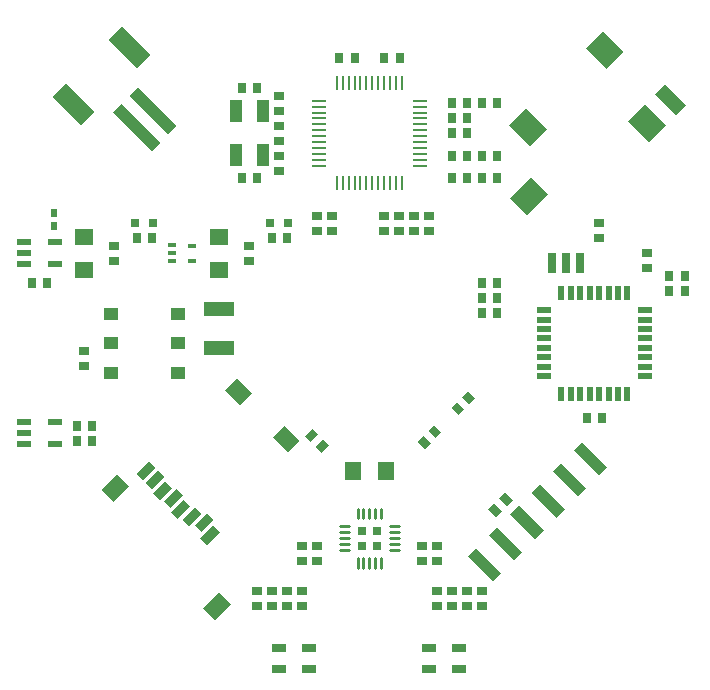
<source format=gbr>
G04 EAGLE Gerber RS-274X export*
G75*
%MOMM*%
%FSLAX34Y34*%
%LPD*%
%INSolderpaste Top*%
%IPPOS*%
%AMOC8*
5,1,8,0,0,1.08239X$1,22.5*%
G01*
%ADD10R,0.558800X1.270000*%
%ADD11R,1.270000X0.558800*%
%ADD12R,0.700000X0.900000*%
%ADD13R,0.900000X0.700000*%
%ADD14R,2.500000X1.200000*%
%ADD15R,0.700000X1.700000*%
%ADD16R,3.000000X1.000000*%
%ADD17R,1.000000X4.600000*%
%ADD18R,3.400000X1.600000*%
%ADD19R,1.150000X1.000000*%
%ADD20R,0.800000X0.800000*%
%ADD21R,1.200000X0.550000*%
%ADD22R,1.600000X1.400000*%
%ADD23R,0.254000X1.143000*%
%ADD24R,1.143000X0.254000*%
%ADD25R,1.100000X1.900000*%
%ADD26R,0.750000X0.400000*%
%ADD27R,0.685800X0.330200*%
%ADD28R,2.000000X2.500000*%
%ADD29R,1.200000X2.500000*%
%ADD30R,1.800000X1.400000*%
%ADD31R,1.400000X1.900000*%
%ADD32R,0.800000X1.500000*%
%ADD33R,1.400000X1.600000*%
%ADD34C,0.280000*%
%ADD35R,0.635000X0.635000*%
%ADD36R,1.200000X0.800000*%
%ADD37R,0.600000X0.800000*%


D10*
X218500Y42926D03*
X210500Y42926D03*
X202500Y42926D03*
X194500Y42926D03*
X186500Y42926D03*
X178500Y42926D03*
X170500Y42926D03*
X162500Y42926D03*
D11*
X147574Y28000D03*
X147574Y20000D03*
X147574Y12000D03*
X147574Y4000D03*
X147574Y-4000D03*
X147574Y-12000D03*
X147574Y-20000D03*
X147574Y-28000D03*
D10*
X162500Y-42926D03*
X170500Y-42926D03*
X178500Y-42926D03*
X186500Y-42926D03*
X194500Y-42926D03*
X202500Y-42926D03*
X210500Y-42926D03*
X218500Y-42926D03*
D11*
X233426Y-28000D03*
X233426Y-20000D03*
X233426Y-12000D03*
X233426Y-4000D03*
X233426Y4000D03*
X233426Y12000D03*
X233426Y20000D03*
X233426Y28000D03*
D12*
X253850Y57150D03*
X266850Y57150D03*
D13*
X194500Y88750D03*
X194500Y101750D03*
D14*
X-127000Y-3800D03*
X-127000Y29200D03*
D12*
X184000Y-63500D03*
X197000Y-63500D03*
D15*
X178500Y68263D03*
X166500Y68263D03*
X154500Y68263D03*
D16*
G36*
X144354Y-119322D02*
X165567Y-140535D01*
X158496Y-147606D01*
X137283Y-126393D01*
X144354Y-119322D01*
G37*
G36*
X162314Y-101362D02*
X183527Y-122575D01*
X176456Y-129646D01*
X155243Y-108433D01*
X162314Y-101362D01*
G37*
G36*
X180275Y-83401D02*
X201488Y-104614D01*
X194417Y-111685D01*
X173204Y-90472D01*
X180275Y-83401D01*
G37*
G36*
X126393Y-137283D02*
X147606Y-158496D01*
X140535Y-165567D01*
X119322Y-144354D01*
X126393Y-137283D01*
G37*
G36*
X108433Y-155243D02*
X129646Y-176456D01*
X122575Y-183527D01*
X101362Y-162314D01*
X108433Y-155243D01*
G37*
G36*
X90472Y-173204D02*
X111685Y-194417D01*
X104614Y-201488D01*
X83401Y-180275D01*
X90472Y-173204D01*
G37*
D12*
X266850Y44450D03*
X253850Y44450D03*
D17*
G36*
X-177310Y169939D02*
X-184381Y162868D01*
X-216906Y195393D01*
X-209835Y202464D01*
X-177310Y169939D01*
G37*
G36*
X-163168Y184081D02*
X-170239Y177010D01*
X-202764Y209535D01*
X-195693Y216606D01*
X-163168Y184081D01*
G37*
D18*
G36*
X-257211Y220142D02*
X-233171Y196102D01*
X-244485Y184788D01*
X-268525Y208828D01*
X-257211Y220142D01*
G37*
G36*
X-209128Y268225D02*
X-185088Y244185D01*
X-196402Y232871D01*
X-220442Y256911D01*
X-209128Y268225D01*
G37*
D19*
X-162250Y-25000D03*
X-162250Y0D03*
X-162250Y25000D03*
X-218750Y-25000D03*
X-218750Y0D03*
X-218750Y25000D03*
D12*
X-247800Y-69850D03*
X-234800Y-69850D03*
X-247800Y-82550D03*
X-234800Y-82550D03*
D20*
X-68700Y101600D03*
X-83700Y101600D03*
D12*
X-82700Y88900D03*
X-69700Y88900D03*
D21*
X-292401Y-66700D03*
X-292401Y-76200D03*
X-292401Y-85700D03*
X-266399Y-85700D03*
X-266399Y-66700D03*
D13*
X-241300Y-19200D03*
X-241300Y-6200D03*
D21*
X-292401Y85700D03*
X-292401Y76200D03*
X-292401Y66700D03*
X-266399Y66700D03*
X-266399Y85700D03*
D13*
X-215900Y82700D03*
X-215900Y69700D03*
D22*
X-241300Y62200D03*
X-241300Y90200D03*
D12*
X-197000Y88900D03*
X-184000Y88900D03*
D20*
X-183000Y101600D03*
X-198000Y101600D03*
D23*
X27500Y220300D03*
X22500Y220300D03*
X17500Y220300D03*
X12500Y220300D03*
X7500Y220300D03*
X2500Y220300D03*
X-2500Y220300D03*
X-7500Y220300D03*
X-12500Y220300D03*
X-17500Y220300D03*
X-22500Y220300D03*
X-27500Y220300D03*
D24*
X-42500Y205300D03*
X-42500Y200300D03*
X-42500Y195300D03*
X-42500Y190300D03*
X-42500Y185300D03*
X-42500Y180300D03*
X-42500Y175300D03*
X-42500Y170300D03*
X-42500Y165300D03*
X-42500Y160300D03*
X-42500Y155300D03*
X-42500Y150300D03*
D23*
X-27500Y135300D03*
X-22500Y135300D03*
X-17500Y135300D03*
X-12500Y135300D03*
X-7500Y135300D03*
X-2500Y135300D03*
X2500Y135300D03*
X7500Y135300D03*
X12500Y135300D03*
X17500Y135300D03*
X22500Y135300D03*
X27500Y135300D03*
D24*
X42500Y150300D03*
X42500Y155300D03*
X42500Y160300D03*
X42500Y165300D03*
X42500Y170300D03*
X42500Y175300D03*
X42500Y180300D03*
X42500Y185300D03*
X42500Y190300D03*
X42500Y195300D03*
X42500Y200300D03*
X42500Y205300D03*
D22*
X-127000Y62200D03*
X-127000Y90200D03*
D13*
X-101600Y82700D03*
X-101600Y69700D03*
D12*
X-108100Y139700D03*
X-95100Y139700D03*
X-95100Y215900D03*
X-108100Y215900D03*
D25*
X-113100Y196300D03*
X-90100Y159300D03*
X-90100Y196300D03*
X-113100Y159300D03*
D13*
X-76200Y184300D03*
X-76200Y171300D03*
D12*
X82700Y190500D03*
X69700Y190500D03*
D13*
X-31750Y108100D03*
X-31750Y95100D03*
D12*
X-12550Y241300D03*
X-25550Y241300D03*
X12550Y241300D03*
X25550Y241300D03*
X82700Y139700D03*
X69700Y139700D03*
X82700Y203200D03*
X69700Y203200D03*
X82700Y158750D03*
X69700Y158750D03*
X95100Y139700D03*
X108100Y139700D03*
X95100Y203200D03*
X108100Y203200D03*
X95100Y158750D03*
X108100Y158750D03*
D13*
X38100Y95100D03*
X38100Y108100D03*
X25400Y95100D03*
X25400Y108100D03*
D26*
X-150500Y82700D03*
X-150500Y69700D03*
D27*
X-167005Y82931D03*
X-167005Y76200D03*
X-167005Y69469D03*
D12*
X-272900Y50800D03*
X-285900Y50800D03*
D13*
X-76200Y158900D03*
X-76200Y145900D03*
X-76200Y196700D03*
X-76200Y209700D03*
X-44450Y95100D03*
X-44450Y108100D03*
X50800Y95100D03*
X50800Y108100D03*
D12*
X69700Y177800D03*
X82700Y177800D03*
D13*
X12700Y108100D03*
X12700Y95100D03*
D28*
G36*
X183318Y249785D02*
X197460Y263927D01*
X215136Y246251D01*
X200994Y232109D01*
X183318Y249785D01*
G37*
G36*
X118264Y184731D02*
X132406Y198873D01*
X150082Y181197D01*
X135940Y167055D01*
X118264Y184731D01*
G37*
G36*
X219381Y188266D02*
X233523Y202408D01*
X251199Y184732D01*
X237057Y170590D01*
X219381Y188266D01*
G37*
G36*
X133467Y108718D02*
X119325Y122860D01*
X137001Y140536D01*
X151143Y126394D01*
X133467Y108718D01*
G37*
D29*
G36*
X268170Y201702D02*
X259685Y193217D01*
X242008Y210894D01*
X250493Y219379D01*
X268170Y201702D01*
G37*
D30*
G36*
X-71842Y-69816D02*
X-59115Y-82543D01*
X-69014Y-92442D01*
X-81741Y-79715D01*
X-71842Y-69816D01*
G37*
G36*
X-112147Y-29511D02*
X-99420Y-42238D01*
X-109319Y-52137D01*
X-122046Y-39410D01*
X-112147Y-29511D01*
G37*
D31*
G36*
X-213264Y-110828D02*
X-203364Y-120728D01*
X-216798Y-134162D01*
X-226698Y-124262D01*
X-213264Y-110828D01*
G37*
G36*
X-127351Y-210884D02*
X-117451Y-220784D01*
X-130885Y-234218D01*
X-140785Y-224318D01*
X-127351Y-210884D01*
G37*
D32*
G36*
X-132371Y-154245D02*
X-126714Y-159902D01*
X-137319Y-170507D01*
X-142976Y-164850D01*
X-132371Y-154245D01*
G37*
G36*
X-137321Y-143638D02*
X-131664Y-149295D01*
X-142269Y-159900D01*
X-147926Y-154243D01*
X-137321Y-143638D01*
G37*
G36*
X-147927Y-138688D02*
X-142270Y-144345D01*
X-152875Y-154950D01*
X-158532Y-149293D01*
X-147927Y-138688D01*
G37*
G36*
X-157120Y-132324D02*
X-151463Y-137981D01*
X-162068Y-148586D01*
X-167725Y-142929D01*
X-157120Y-132324D01*
G37*
G36*
X-163484Y-123132D02*
X-157827Y-128789D01*
X-168432Y-139394D01*
X-174089Y-133737D01*
X-163484Y-123132D01*
G37*
G36*
X-172676Y-116768D02*
X-167019Y-122425D01*
X-177624Y-133030D01*
X-183281Y-127373D01*
X-172676Y-116768D01*
G37*
G36*
X-179040Y-107576D02*
X-173383Y-113233D01*
X-183988Y-123838D01*
X-189645Y-118181D01*
X-179040Y-107576D01*
G37*
G36*
X-186818Y-99798D02*
X-181161Y-105455D01*
X-191766Y-116060D01*
X-197423Y-110403D01*
X-186818Y-99798D01*
G37*
D33*
X14000Y-107950D03*
X-14000Y-107950D03*
D12*
G36*
X-49753Y-83610D02*
X-54702Y-78661D01*
X-48339Y-72298D01*
X-43390Y-77247D01*
X-49753Y-83610D01*
G37*
G36*
X-40561Y-92802D02*
X-45510Y-87853D01*
X-39147Y-81490D01*
X-34198Y-86439D01*
X-40561Y-92802D01*
G37*
X108100Y25400D03*
X95100Y25400D03*
X108100Y38100D03*
X95100Y38100D03*
D13*
X-95250Y-222400D03*
X-95250Y-209400D03*
X-82550Y-222400D03*
X-82550Y-209400D03*
X95250Y-222400D03*
X95250Y-209400D03*
X82550Y-209400D03*
X82550Y-222400D03*
D12*
G36*
X112185Y-141828D02*
X107236Y-146777D01*
X100873Y-140414D01*
X105822Y-135465D01*
X112185Y-141828D01*
G37*
G36*
X121377Y-132636D02*
X116428Y-137585D01*
X110065Y-131222D01*
X115014Y-126273D01*
X121377Y-132636D01*
G37*
X108100Y50800D03*
X95100Y50800D03*
G36*
X51860Y-84678D02*
X46911Y-89627D01*
X40548Y-83264D01*
X45497Y-78315D01*
X51860Y-84678D01*
G37*
G36*
X61052Y-75486D02*
X56103Y-80435D01*
X49740Y-74072D01*
X54689Y-69123D01*
X61052Y-75486D01*
G37*
G36*
X78315Y-45497D02*
X83264Y-40548D01*
X89627Y-46911D01*
X84678Y-51860D01*
X78315Y-45497D01*
G37*
G36*
X69123Y-54689D02*
X74072Y-49740D01*
X80435Y-56103D01*
X75486Y-61052D01*
X69123Y-54689D01*
G37*
D13*
X234950Y63350D03*
X234950Y76350D03*
X-57150Y-184300D03*
X-57150Y-171300D03*
X-44450Y-184300D03*
X-44450Y-171300D03*
X57150Y-184300D03*
X57150Y-171300D03*
X44450Y-184300D03*
X44450Y-171300D03*
D34*
X-17150Y-155100D02*
X-24850Y-155100D01*
X-24850Y-160100D02*
X-17150Y-160100D01*
X-17150Y-165100D02*
X-24850Y-165100D01*
X-24850Y-170100D02*
X-17150Y-170100D01*
X-17150Y-175100D02*
X-24850Y-175100D01*
X-10000Y-182250D02*
X-10000Y-189950D01*
X-5000Y-189950D02*
X-5000Y-182250D01*
X0Y-182250D02*
X0Y-189950D01*
X5000Y-189950D02*
X5000Y-182250D01*
X10000Y-182250D02*
X10000Y-189950D01*
X17150Y-175100D02*
X24850Y-175100D01*
X24850Y-170100D02*
X17150Y-170100D01*
X17150Y-165100D02*
X24850Y-165100D01*
X24850Y-160100D02*
X17150Y-160100D01*
X17150Y-155100D02*
X24850Y-155100D01*
X10000Y-147950D02*
X10000Y-140250D01*
X5000Y-140250D02*
X5000Y-147950D01*
X0Y-147950D02*
X0Y-140250D01*
X-5000Y-140250D02*
X-5000Y-147950D01*
X-10000Y-147950D02*
X-10000Y-140250D01*
D35*
X6350Y-158750D03*
X6350Y-171450D03*
X-6350Y-171450D03*
X-6350Y-158750D03*
D36*
X-50800Y-275700D03*
X-50800Y-257700D03*
X-76200Y-275700D03*
X-76200Y-257700D03*
X50800Y-275700D03*
X50800Y-257700D03*
X76200Y-275700D03*
X76200Y-257700D03*
D13*
X-57150Y-222400D03*
X-57150Y-209400D03*
X-69850Y-222400D03*
X-69850Y-209400D03*
X57150Y-222400D03*
X57150Y-209400D03*
X69850Y-222400D03*
X69850Y-209400D03*
D37*
X-266700Y110275D03*
X-266700Y99275D03*
M02*

</source>
